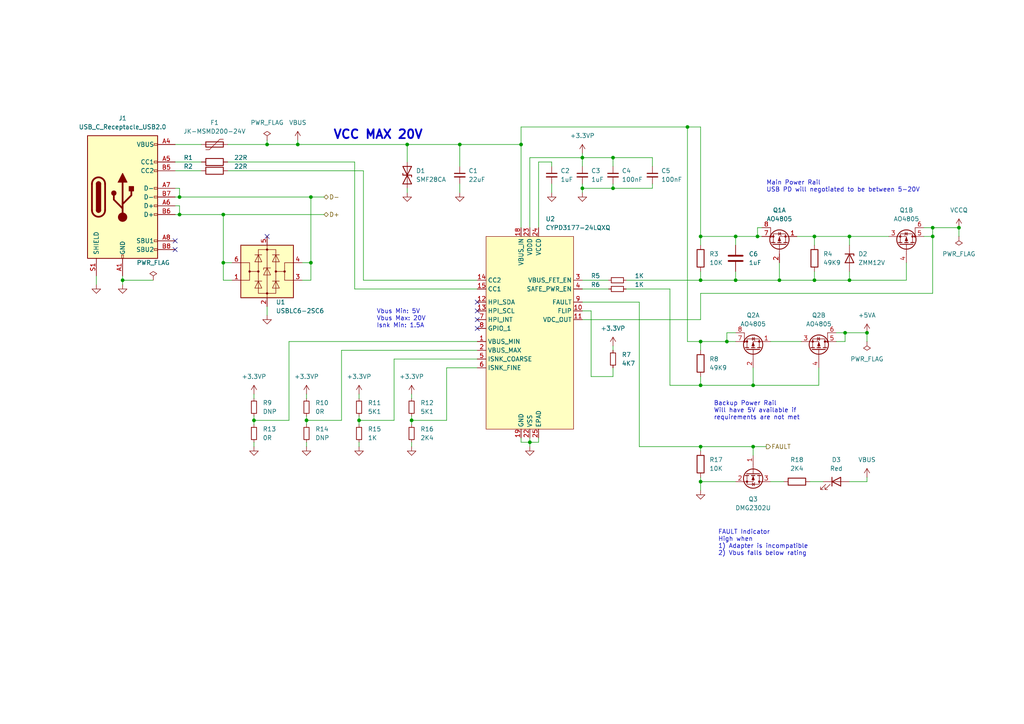
<source format=kicad_sch>
(kicad_sch (version 20211123) (generator eeschema)
  (paper "A4")
  (lib_symbols
    (symbol "Connector:USB_C_Receptacle_USB2.0" (pin_names (offset 1.016))
      (property "Reference" "J" (at -10.16 19.05 0))
      (property "Value" "USB_C_Receptacle_USB2.0" (at 19.05 19.05 0))
      (symbol "USB_C_Receptacle_USB2.0_0_0"
        (rectangle (start -0.254 -17.78) (end 0.254 -16.764))
        (rectangle (start 10.16 -14.986) (end 9.144 -15.494))
        (rectangle (start 10.16 -12.446) (end 9.144 -12.954))
        (rectangle (start 10.16 -4.826) (end 9.144 -5.334))
        (rectangle (start 10.16 -2.286) (end 9.144 -2.794))
        (rectangle (start 10.16 0.254) (end 9.144 -0.254))
        (rectangle (start 10.16 2.794) (end 9.144 2.286))
        (rectangle (start 10.16 7.874) (end 9.144 7.366))
        (rectangle (start 10.16 10.414) (end 9.144 9.906))
        (rectangle (start 10.16 15.494) (end 9.144 14.986))
      )
      (symbol "USB_C_Receptacle_USB2.0_0_1"
        (rectangle (start -10.16 17.78) (end 10.16 -17.78) (stroke (width 0.254)) (fill (type background)))
        (arc (start -8.89 -3.81) (mid -6.985 -5.715) (end -5.08 -3.81) (stroke (width 0.508)))
        (arc (start -7.62 -3.81) (mid -6.985 -4.445) (end -6.35 -3.81) (stroke (width 0.254)))
        (arc (start -7.62 -3.81) (mid -6.985 -4.445) (end -6.35 -3.81) (stroke (width 0.254)) (fill (type outline)))
        (rectangle (start -7.62 -3.81) (end -6.35 3.81) (stroke (width 0.254)) (fill (type outline)))
        (arc (start -6.35 3.81) (mid -6.985 4.445) (end -7.62 3.81) (stroke (width 0.254)))
        (arc (start -6.35 3.81) (mid -6.985 4.445) (end -7.62 3.81) (stroke (width 0.254)) (fill (type outline)))
        (arc (start -5.08 3.81) (mid -6.985 5.715) (end -8.89 3.81) (stroke (width 0.508)))
        (circle (center -2.54 1.143) (radius 0.635) (stroke (width 0.254)) (fill (type outline)))
        (circle (center 0 -5.842) (radius 1.27) (fill (type outline)))
        (polyline (pts (xy -8.89 -3.81) (xy -8.89 3.81)) (stroke (width 0.508)))
        (polyline (pts (xy -5.08 3.81) (xy -5.08 -3.81)) (stroke (width 0.508)))
        (polyline (pts (xy 0 -5.842) (xy 0 4.318)) (stroke (width 0.508)))
        (polyline (pts (xy 0 -3.302) (xy -2.54 -0.762) (xy -2.54 0.508)) (stroke (width 0.508)))
        (polyline (pts (xy 0 -2.032) (xy 2.54 0.508) (xy 2.54 1.778)) (stroke (width 0.508)))
        (polyline (pts (xy -1.27 4.318) (xy 0 6.858) (xy 1.27 4.318) (xy -1.27 4.318)) (stroke (width 0.254)) (fill (type outline)))
        (rectangle (start 1.905 1.778) (end 3.175 3.048) (stroke (width 0.254)) (fill (type outline)))
      )
      (symbol "USB_C_Receptacle_USB2.0_1_1"
        (pin passive line (at 0 -22.86 90) (length 5.08) (name "GND") (number "A1"))
        (pin passive line (at 0 -22.86 90) (length 5.08) hide (name "GND") (number "A12"))
        (pin passive line (at 15.24 15.24 180) (length 5.08) (name "VBUS") (number "A4"))
        (pin bidirectional line (at 15.24 10.16 180) (length 5.08) (name "CC1") (number "A5"))
        (pin bidirectional line (at 15.24 -2.54 180) (length 5.08) (name "D+") (number "A6"))
        (pin bidirectional line (at 15.24 2.54 180) (length 5.08) (name "D-") (number "A7"))
        (pin bidirectional line (at 15.24 -12.7 180) (length 5.08) (name "SBU1") (number "A8"))
        (pin passive line (at 15.24 15.24 180) (length 5.08) hide (name "VBUS") (number "A9"))
        (pin passive line (at 0 -22.86 90) (length 5.08) hide (name "GND") (number "B1"))
        (pin passive line (at 0 -22.86 90) (length 5.08) hide (name "GND") (number "B12"))
        (pin passive line (at 15.24 15.24 180) (length 5.08) hide (name "VBUS") (number "B4"))
        (pin bidirectional line (at 15.24 7.62 180) (length 5.08) (name "CC2") (number "B5"))
        (pin bidirectional line (at 15.24 -5.08 180) (length 5.08) (name "D+") (number "B6"))
        (pin bidirectional line (at 15.24 0 180) (length 5.08) (name "D-") (number "B7"))
        (pin bidirectional line (at 15.24 -15.24 180) (length 5.08) (name "SBU2") (number "B8"))
        (pin passive line (at 15.24 15.24 180) (length 5.08) hide (name "VBUS") (number "B9"))
        (pin passive line (at -7.62 -22.86 90) (length 5.08) (name "SHIELD") (number "S1"))
      )
    )
    (symbol "Device:C" (pin_numbers hide) (pin_names (offset 0.254))
      (property "Reference" "C" (at 0.635 2.54 0))
      (property "Value" "C" (at 0.635 -2.54 0))
      (symbol "C_0_1"
        (polyline (pts (xy -2.032 -0.762) (xy 2.032 -0.762)) (stroke (width 0.508)))
        (polyline (pts (xy -2.032 0.762) (xy 2.032 0.762)) (stroke (width 0.508)))
      )
      (symbol "C_1_1"
        (pin passive line (at 0 3.81 270) (length 2.794) (name "~") (number "1"))
        (pin passive line (at 0 -3.81 90) (length 2.794) (name "~") (number "2"))
      )
    )
    (symbol "Device:C_Small" (pin_numbers hide) (pin_names (offset 0.254) hide)
      (property "Reference" "C" (at 0.254 1.778 0))
      (property "Value" "C_Small" (at 0.254 -2.032 0))
      (symbol "C_Small_0_1"
        (polyline (pts (xy -1.524 -0.508) (xy 1.524 -0.508)) (stroke (width 0.3302)))
        (polyline (pts (xy -1.524 0.508) (xy 1.524 0.508)) (stroke (width 0.3048)))
      )
      (symbol "C_Small_1_1"
        (pin passive line (at 0 2.54 270) (length 2.032) (name "~") (number "1"))
        (pin passive line (at 0 -2.54 90) (length 2.032) (name "~") (number "2"))
      )
    )
    (symbol "Device:D_TVS" (pin_numbers hide) (pin_names (offset 1.016) hide)
      (property "Reference" "D" (at 0 2.54 0))
      (property "Value" "D_TVS" (at 0 -2.54 0))
      (symbol "D_TVS_0_1"
        (polyline (pts (xy 1.27 0) (xy -1.27 0)))
        (polyline (pts (xy 0.508 1.27) (xy 0 1.27) (xy 0 -1.27) (xy -0.508 -1.27)) (stroke (width 0.254)))
        (polyline (pts (xy -2.54 1.27) (xy -2.54 -1.27) (xy 2.54 1.27) (xy 2.54 -1.27) (xy -2.54 1.27)) (stroke (width 0.254)))
      )
      (symbol "D_TVS_1_1"
        (pin passive line (at -3.81 0 0) (length 2.54) (name "A1") (number "1"))
        (pin passive line (at 3.81 0 180) (length 2.54) (name "A2") (number "2"))
      )
    )
    (symbol "Device:D_Zener" (pin_numbers hide) (pin_names (offset 1.016) hide)
      (property "Reference" "D" (at 0 2.54 0))
      (property "Value" "D_Zener" (at 0 -2.54 0))
      (symbol "D_Zener_0_1"
        (polyline (pts (xy 1.27 0) (xy -1.27 0)))
        (polyline (pts (xy -1.27 -1.27) (xy -1.27 1.27) (xy -0.762 1.27)) (stroke (width 0.254)))
        (polyline (pts (xy 1.27 -1.27) (xy 1.27 1.27) (xy -1.27 0) (xy 1.27 -1.27)) (stroke (width 0.254)))
      )
      (symbol "D_Zener_1_1"
        (pin passive line (at -3.81 0 0) (length 2.54) (name "K") (number "1"))
        (pin passive line (at 3.81 0 180) (length 2.54) (name "A") (number "2"))
      )
    )
    (symbol "Device:LED" (pin_numbers hide) (pin_names (offset 1.016) hide)
      (property "Reference" "D" (at 0 2.54 0))
      (property "Value" "LED" (at 0 -2.54 0))
      (symbol "LED_0_1"
        (polyline (pts (xy -1.27 -1.27) (xy -1.27 1.27)) (stroke (width 0.254)))
        (polyline (pts (xy -1.27 0) (xy 1.27 0)))
        (polyline (pts (xy 1.27 -1.27) (xy 1.27 1.27) (xy -1.27 0) (xy 1.27 -1.27)) (stroke (width 0.254)))
        (polyline (pts (xy -3.048 -0.762) (xy -4.572 -2.286) (xy -3.81 -2.286) (xy -4.572 -2.286) (xy -4.572 -1.524)))
        (polyline (pts (xy -1.778 -0.762) (xy -3.302 -2.286) (xy -2.54 -2.286) (xy -3.302 -2.286) (xy -3.302 -1.524)))
      )
      (symbol "LED_1_1"
        (pin passive line (at -3.81 0 0) (length 2.54) (name "K") (number "1"))
        (pin passive line (at 3.81 0 180) (length 2.54) (name "A") (number "2"))
      )
    )
    (symbol "Device:Polyfuse" (pin_numbers hide) (pin_names (offset 0))
      (property "Reference" "F" (at -2.54 0 90))
      (property "Value" "Polyfuse" (at 2.54 0 90))
      (symbol "Polyfuse_0_1"
        (rectangle (start -0.762 2.54) (end 0.762 -2.54) (stroke (width 0.254)))
        (polyline (pts (xy 0 2.54) (xy 0 -2.54)))
        (polyline (pts (xy -1.524 2.54) (xy -1.524 1.524) (xy 1.524 -1.524) (xy 1.524 -2.54)))
      )
      (symbol "Polyfuse_1_1"
        (pin passive line (at 0 3.81 270) (length 1.27) (name "~") (number "1"))
        (pin passive line (at 0 -3.81 90) (length 1.27) (name "~") (number "2"))
      )
    )
    (symbol "Device:Q_Dual_PMOS_S1G1S2G2D2D2D1D1" (pin_names (offset 0) hide)
      (property "Reference" "Q" (at 6.35 1.27 0))
      (property "Value" "Q_Dual_PMOS_S1G1S2G2D2D2D1D1" (at 21.59 -1.27 0))
      (symbol "Q_Dual_PMOS_S1G1S2G2D2D2D1D1_0_1"
        (polyline (pts (xy 0.254 0) (xy -2.54 0)))
        (polyline (pts (xy 0.254 1.905) (xy 0.254 -1.905)) (stroke (width 0.254)))
        (polyline (pts (xy 0.762 -1.27) (xy 0.762 -2.286)) (stroke (width 0.254)))
        (polyline (pts (xy 0.762 0.508) (xy 0.762 -0.508)) (stroke (width 0.254)))
        (polyline (pts (xy 0.762 2.286) (xy 0.762 1.27)) (stroke (width 0.254)))
        (polyline (pts (xy 2.54 2.54) (xy 2.54 1.778)))
        (polyline (pts (xy 2.54 -2.54) (xy 2.54 0) (xy 0.762 0)))
        (polyline (pts (xy 0.762 1.778) (xy 3.302 1.778) (xy 3.302 -1.778) (xy 0.762 -1.778)))
        (polyline (pts (xy 2.286 0) (xy 1.27 0.381) (xy 1.27 -0.381) (xy 2.286 0)) (fill (type outline)))
        (polyline (pts (xy 2.794 -0.508) (xy 2.921 -0.381) (xy 3.683 -0.381) (xy 3.81 -0.254)))
        (polyline (pts (xy 3.302 -0.381) (xy 2.921 0.254) (xy 3.683 0.254) (xy 3.302 -0.381)))
        (circle (center 1.651 0) (radius 2.794) (stroke (width 0.254)))
        (circle (center 2.54 -1.778) (radius 0.254) (fill (type outline)))
        (circle (center 2.54 1.778) (radius 0.254) (fill (type outline)))
        (circle (center 2.54 2.54) (radius 0.254) (fill (type outline)))
        (rectangle (start 5.08 2.54) (end 2.54 2.54))
      )
      (symbol "Q_Dual_PMOS_S1G1S2G2D2D2D1D1_1_1"
        (pin passive line (at 2.54 -5.08 90) (length 2.54) (name "S") (number "1"))
        (pin input line (at -5.08 0 0) (length 2.54) (name "G") (number "2"))
        (pin passive line (at 2.54 5.08 270) (length 2.54) (name "D") (number "7"))
        (pin passive line (at 5.08 5.08 270) (length 2.54) (name "G") (number "8"))
      )
      (symbol "Q_Dual_PMOS_S1G1S2G2D2D2D1D1_2_1"
        (pin passive line (at 2.54 -5.08 90) (length 2.54) (name "S") (number "3"))
        (pin input line (at -5.08 0 0) (length 2.54) (name "G") (number "4"))
        (pin passive line (at 2.54 5.08 270) (length 2.54) (name "D") (number "5"))
        (pin passive line (at 5.08 5.08 270) (length 2.54) (name "G") (number "6"))
      )
    )
    (symbol "Device:R" (pin_numbers hide) (pin_names (offset 0))
      (property "Reference" "R" (at 2.032 0 90))
      (property "Value" "R" (at 0 0 90))
      (symbol "R_0_1"
        (rectangle (start -1.016 -2.54) (end 1.016 2.54) (stroke (width 0.254)))
      )
      (symbol "R_1_1"
        (pin passive line (at 0 3.81 270) (length 1.27) (name "~") (number "1"))
        (pin passive line (at 0 -3.81 90) (length 1.27) (name "~") (number "2"))
      )
    )
    (symbol "Device:R_Small" (pin_numbers hide) (pin_names (offset 0.254) hide)
      (property "Reference" "R" (at 0.762 0.508 0))
      (property "Value" "R_Small" (at 0.762 -1.016 0))
      (symbol "R_Small_0_1"
        (rectangle (start -0.762 1.778) (end 0.762 -1.778) (stroke (width 0.2032)))
      )
      (symbol "R_Small_1_1"
        (pin passive line (at 0 2.54 270) (length 0.762) (name "~") (number "1"))
        (pin passive line (at 0 -2.54 90) (length 0.762) (name "~") (number "2"))
      )
    )
    (symbol "Power_Protection:USBLC6-2SC6" (pin_names hide)
      (property "Reference" "U" (at 2.54 8.89 0))
      (property "Value" "USBLC6-2SC6" (at 2.54 -8.89 0))
      (symbol "USBLC6-2SC6_0_1"
        (rectangle (start -7.62 -7.62) (end 7.62 7.62) (stroke (width 0.254)) (fill (type background)))
        (circle (center -5.08 0) (radius 0.254) (fill (type outline)))
        (circle (center -2.54 0) (radius 0.254) (fill (type outline)))
        (rectangle (start -2.54 6.35) (end 2.54 -6.35))
        (circle (center 0 -6.35) (radius 0.254) (fill (type outline)))
        (polyline (pts (xy -5.08 -2.54) (xy -7.62 -2.54)))
        (polyline (pts (xy -5.08 0) (xy -5.08 -2.54)))
        (polyline (pts (xy -5.08 2.54) (xy -7.62 2.54)))
        (polyline (pts (xy -1.524 -2.794) (xy -3.556 -2.794)))
        (polyline (pts (xy -1.524 4.826) (xy -3.556 4.826)))
        (polyline (pts (xy 0 -7.62) (xy 0 -6.35)))
        (polyline (pts (xy 0 -6.35) (xy 0 1.27)))
        (polyline (pts (xy 0 1.27) (xy 0 6.35)))
        (polyline (pts (xy 0 6.35) (xy 0 7.62)))
        (polyline (pts (xy 1.524 -2.794) (xy 3.556 -2.794)))
        (polyline (pts (xy 1.524 4.826) (xy 3.556 4.826)))
        (polyline (pts (xy 5.08 -2.54) (xy 7.62 -2.54)))
        (polyline (pts (xy 5.08 0) (xy 5.08 -2.54)))
        (polyline (pts (xy 5.08 2.54) (xy 7.62 2.54)))
        (polyline (pts (xy -2.54 0) (xy -5.08 0) (xy -5.08 2.54)))
        (polyline (pts (xy 2.54 0) (xy 5.08 0) (xy 5.08 2.54)))
        (polyline (pts (xy -3.556 -4.826) (xy -1.524 -4.826) (xy -2.54 -2.794) (xy -3.556 -4.826)))
        (polyline (pts (xy -3.556 2.794) (xy -1.524 2.794) (xy -2.54 4.826) (xy -3.556 2.794)))
        (polyline (pts (xy -1.016 -1.016) (xy 1.016 -1.016) (xy 0 1.016) (xy -1.016 -1.016)))
        (polyline (pts (xy 1.016 1.016) (xy 0.762 1.016) (xy -1.016 1.016) (xy -1.016 0.508)))
        (polyline (pts (xy 3.556 -4.826) (xy 1.524 -4.826) (xy 2.54 -2.794) (xy 3.556 -4.826)))
        (polyline (pts (xy 3.556 2.794) (xy 1.524 2.794) (xy 2.54 4.826) (xy 3.556 2.794)))
        (circle (center 0 6.35) (radius 0.254) (fill (type outline)))
        (circle (center 2.54 0) (radius 0.254) (fill (type outline)))
        (circle (center 5.08 0) (radius 0.254) (fill (type outline)))
      )
      (symbol "USBLC6-2SC6_1_1"
        (pin passive line (at -10.16 -2.54 0) (length 2.54) (name "I/O1") (number "1"))
        (pin passive line (at 0 -10.16 90) (length 2.54) (name "GND") (number "2"))
        (pin passive line (at 10.16 -2.54 180) (length 2.54) (name "I/O2") (number "3"))
        (pin passive line (at 10.16 2.54 180) (length 2.54) (name "I/O2") (number "4"))
        (pin passive line (at 0 10.16 270) (length 2.54) (name "VBUS") (number "5"))
        (pin passive line (at -10.16 2.54 0) (length 2.54) (name "I/O1") (number "6"))
      )
    )
    (symbol "Transistor_FET:DMG2302U" (pin_names hide)
      (property "Reference" "Q" (at 5.08 1.905 0))
      (property "Value" "DMG2302U" (at 5.08 0 0))
      (symbol "DMG2302U_0_1"
        (polyline (pts (xy 0.254 0) (xy -2.54 0)))
        (polyline (pts (xy 0.254 1.905) (xy 0.254 -1.905)) (stroke (width 0.254)))
        (polyline (pts (xy 0.762 -1.27) (xy 0.762 -2.286)) (stroke (width 0.254)))
        (polyline (pts (xy 0.762 0.508) (xy 0.762 -0.508)) (stroke (width 0.254)))
        (polyline (pts (xy 0.762 2.286) (xy 0.762 1.27)) (stroke (width 0.254)))
        (polyline (pts (xy 2.54 2.54) (xy 2.54 1.778)))
        (polyline (pts (xy 2.54 -2.54) (xy 2.54 0) (xy 0.762 0)))
        (polyline (pts (xy 0.762 -1.778) (xy 3.302 -1.778) (xy 3.302 1.778) (xy 0.762 1.778)))
        (polyline (pts (xy 1.016 0) (xy 2.032 0.381) (xy 2.032 -0.381) (xy 1.016 0)) (fill (type outline)))
        (polyline (pts (xy 2.794 0.508) (xy 2.921 0.381) (xy 3.683 0.381) (xy 3.81 0.254)))
        (polyline (pts (xy 3.302 0.381) (xy 2.921 -0.254) (xy 3.683 -0.254) (xy 3.302 0.381)))
        (circle (center 1.651 0) (radius 2.794) (stroke (width 0.254)))
        (circle (center 2.54 -1.778) (radius 0.254) (fill (type outline)))
        (circle (center 2.54 1.778) (radius 0.254) (fill (type outline)))
      )
      (symbol "DMG2302U_1_1"
        (pin input line (at -5.08 0 0) (length 2.54) (name "G") (number "1"))
        (pin passive line (at 2.54 -5.08 90) (length 2.54) (name "S") (number "2"))
        (pin passive line (at 2.54 5.08 270) (length 2.54) (name "D") (number "3"))
      )
    )
    (symbol "breadboard_supply:CYPD3177-24LQXQ"
      (property "Reference" "U" (at -11.43 29.21 0))
      (property "Value" "CYPD3177-24LQXQ" (at 16.51 -30.48 0))
      (symbol "CYPD3177-24LQXQ_0_0"
        (pin input line (at -15.24 -2.54 0) (length 2.54) (name "VBUS_MIN") (number "1"))
        (pin output line (at 15.24 6.35 180) (length 2.54) (name "FLIP") (number "10"))
        (pin input line (at 15.24 3.81 180) (length 2.54) (name "VDC_OUT") (number "11"))
        (pin bidirectional line (at -15.24 8.89 0) (length 2.54) (name "HPI_SDA") (number "12"))
        (pin bidirectional line (at -15.24 6.35 0) (length 2.54) (name "HPI_SCL") (number "13"))
        (pin bidirectional line (at -15.24 15.24 0) (length 2.54) (name "CC2") (number "14"))
        (pin bidirectional line (at -15.24 12.7 0) (length 2.54) (name "CC1") (number "15"))
        (pin no_connect line (at -15.24 -13.97 0) (length 2.54) hide (name "D-") (number "16"))
        (pin no_connect line (at -15.24 -16.51 0) (length 2.54) hide (name "D+") (number "17"))
        (pin power_in line (at -2.54 30.48 270) (length 2.54) (name "VBUS_IN") (number "18"))
        (pin power_in line (at -2.54 -30.48 90) (length 2.54) (name "GND") (number "19"))
        (pin input line (at -15.24 -5.08 0) (length 2.54) (name "VBUS_MAX") (number "2"))
        (pin no_connect line (at -15.24 -19.05 0) (length 2.54) hide (name "DNU1") (number "20"))
        (pin no_connect line (at -15.24 -21.59 0) (length 2.54) hide (name "DNU2") (number "21"))
        (pin power_in line (at 0 -30.48 90) (length 2.54) (name "VSS") (number "22"))
        (pin power_out line (at 0 30.48 270) (length 2.54) (name "VDDD") (number "23"))
        (pin power_out line (at 2.54 30.48 270) (length 2.54) (name "VCCD") (number "24"))
        (pin power_in line (at 2.54 -30.48 90) (length 2.54) (name "EPAD") (number "25"))
        (pin output line (at 15.24 15.24 180) (length 2.54) (name "VBUS_FET_EN") (number "3"))
        (pin output line (at 15.24 12.7 180) (length 2.54) (name "SAFE_PWR_EN") (number "4"))
        (pin input line (at -15.24 -7.62 0) (length 2.54) (name "ISNK_COARSE") (number "5"))
        (pin input line (at -15.24 -10.16 0) (length 2.54) (name "ISNK_FINE") (number "6"))
        (pin output line (at -15.24 3.81 0) (length 2.54) (name "HPI_INT") (number "7"))
        (pin bidirectional line (at -15.24 1.27 0) (length 2.54) (name "GPIO_1") (number "8"))
        (pin output line (at 15.24 8.89 180) (length 2.54) (name "FAULT") (number "9"))
      )
      (symbol "CYPD3177-24LQXQ_0_1"
        (rectangle (start -12.7 27.94) (end 12.7 -27.94) (fill (type background)))
      )
    )
    (symbol "power:+3.3VP" (power) (pin_names (offset 0))
      (property "Value" "+3.3VP" (at 0 2.54 0))
      (symbol "+3.3VP_0_0"
        (pin power_in line (at 0 0 90) (length 0) hide (name "+3.3VP") (number "1"))
      )
      (symbol "+3.3VP_0_1"
        (polyline (pts (xy -0.762 1.27) (xy 0 2.54)))
        (polyline (pts (xy 0 0) (xy 0 2.54)))
        (polyline (pts (xy 0 2.54) (xy 0.762 1.27)))
      )
    )
    (symbol "power:+5VA" (power) (pin_names (offset 0))
      (property "Value" "+5VA" (at 0 3.556 0))
      (symbol "+5VA_0_1"
        (polyline (pts (xy -0.762 1.27) (xy 0 2.54)))
        (polyline (pts (xy 0 0) (xy 0 2.54)))
        (polyline (pts (xy 0 2.54) (xy 0.762 1.27)))
      )
      (symbol "+5VA_1_1"
        (pin power_in line (at 0 0 90) (length 0) hide (name "+5VA") (number "1"))
      )
    )
    (symbol "power:GND" (power) (pin_names (offset 0))
      (property "Value" "GND" (at 0 -3.81 0))
      (symbol "GND_0_1"
        (polyline (pts (xy 0 0) (xy 0 -1.27) (xy 1.27 -1.27) (xy 0 -2.54) (xy -1.27 -1.27) (xy 0 -1.27)))
      )
      (symbol "GND_1_1"
        (pin power_in line (at 0 0 270) (length 0) hide (name "GND") (number "1"))
      )
    )
    (symbol "power:PWR_FLAG" (power) (pin_numbers hide) (pin_names (offset 0) hide)
      (property "Value" "PWR_FLAG" (at 0 3.81 0))
      (symbol "PWR_FLAG_0_0"
        (pin power_out line (at 0 0 90) (length 0) (name "pwr") (number "1"))
      )
      (symbol "PWR_FLAG_0_1"
        (polyline (pts (xy 0 0) (xy 0 1.27) (xy -1.016 1.905) (xy 0 2.54) (xy 1.016 1.905) (xy 0 1.27)))
      )
    )
    (symbol "power:VBUS" (power) (pin_names (offset 0))
      (property "Value" "VBUS" (at 0 3.81 0))
      (symbol "VBUS_0_1"
        (polyline (pts (xy -0.762 1.27) (xy 0 2.54)))
        (polyline (pts (xy 0 0) (xy 0 2.54)))
        (polyline (pts (xy 0 2.54) (xy 0.762 1.27)))
      )
      (symbol "VBUS_1_1"
        (pin power_in line (at 0 0 90) (length 0) hide (name "VBUS") (number "1"))
      )
    )
    (symbol "power:VCCQ" (power) (pin_names (offset 0))
      (property "Value" "VCCQ" (at 0 3.81 0))
      (symbol "VCCQ_0_1"
        (polyline (pts (xy -0.762 1.27) (xy 0 2.54)))
        (polyline (pts (xy 0 0) (xy 0 2.54)))
        (polyline (pts (xy 0 2.54) (xy 0.762 1.27)))
      )
      (symbol "VCCQ_1_1"
        (pin power_in line (at 0 0 90) (length 0) hide (name "VCCQ") (number "1"))
      )
    )
  )
  (junction (at 219.71 68.58))
  (junction (at 52.07 62.23))
  (junction (at 88.9 121.92))
  (junction (at 153.67 128.27))
  (junction (at 213.36 81.28))
  (junction (at 104.14 121.92))
  (junction (at 168.91 45.72))
  (junction (at 270.51 66.04))
  (junction (at 177.8 45.72))
  (junction (at 203.2 129.54))
  (junction (at 213.36 68.58))
  (junction (at 246.38 68.58))
  (junction (at 236.22 68.58))
  (junction (at 203.2 99.06))
  (junction (at 64.77 76.2))
  (junction (at 133.35 41.91))
  (junction (at 270.51 68.58))
  (junction (at 90.17 76.2))
  (junction (at 203.2 68.58))
  (junction (at 278.13 66.04))
  (junction (at 86.36 41.91))
  (junction (at 151.13 41.91))
  (junction (at 118.11 41.91))
  (junction (at 177.8 54.61))
  (junction (at 246.38 81.28))
  (junction (at 218.44 129.54))
  (junction (at 119.38 121.92))
  (junction (at 245.11 96.52))
  (junction (at 210.82 99.06))
  (junction (at 203.2 111.76))
  (junction (at 64.77 62.23))
  (junction (at 35.56 81.28))
  (junction (at 203.2 139.7))
  (junction (at 52.07 57.15))
  (junction (at 218.44 111.76))
  (junction (at 73.66 121.92))
  (junction (at 199.39 36.83))
  (junction (at 90.17 57.15))
  (junction (at 168.91 54.61))
  (junction (at 77.47 41.91))
  (junction (at 251.46 96.52))
  (junction (at 236.22 81.28))
  (junction (at 226.06 81.28))
  (junction (at 203.2 81.28))
  (no_connect (at 50.8 69.85))
  (no_connect (at 50.8 72.39))
  (no_connect (at 138.43 95.25))
  (no_connect (at 138.43 92.71))
  (no_connect (at 138.43 87.63))
  (no_connect (at 138.43 90.17))
  (no_connect (at 77.47 68.58))
  (wire (pts (xy 119.38 121.92) (xy 119.38 123.19)))
  (wire (pts (xy 156.21 46.99) (xy 160.02 46.99)))
  (wire (pts (xy 35.56 81.28) (xy 35.56 82.55)))
  (wire (pts (xy 203.2 99.06) (xy 199.39 99.06)))
  (wire (pts (xy 185.42 87.63) (xy 185.42 129.54)))
  (wire (pts (xy 105.41 81.28) (xy 138.43 81.28)))
  (wire (pts (xy 73.66 128.27) (xy 73.66 129.54)))
  (wire (pts (xy 246.38 139.7) (xy 251.46 139.7)))
  (wire (pts (xy 35.56 80.01) (xy 35.56 81.28)))
  (wire (pts (xy 203.2 101.6) (xy 203.2 99.06)))
  (wire (pts (xy 118.11 54.61) (xy 118.11 55.88)))
  (wire (pts (xy 133.35 41.91) (xy 133.35 48.26)))
  (wire (pts (xy 218.44 129.54) (xy 218.44 132.08)))
  (wire (pts (xy 203.2 81.28) (xy 213.36 81.28)))
  (wire (pts (xy 168.91 81.28) (xy 176.53 81.28)))
  (wire (pts (xy 99.06 121.92) (xy 88.9 121.92)))
  (wire (pts (xy 246.38 81.28) (xy 246.38 78.74)))
  (wire (pts (xy 218.44 106.68) (xy 218.44 111.76)))
  (wire (pts (xy 87.63 81.28) (xy 90.17 81.28)))
  (wire (pts (xy 168.91 92.71) (xy 203.2 92.71)))
  (wire (pts (xy 270.51 85.09) (xy 270.51 68.58)))
  (wire (pts (xy 246.38 68.58) (xy 257.81 68.58)))
  (wire (pts (xy 189.23 45.72) (xy 189.23 48.26)))
  (wire (pts (xy 160.02 46.99) (xy 160.02 48.26)))
  (wire (pts (xy 213.36 68.58) (xy 203.2 68.58)))
  (wire (pts (xy 153.67 45.72) (xy 168.91 45.72)))
  (wire (pts (xy 267.97 68.58) (xy 270.51 68.58)))
  (wire (pts (xy 194.31 111.76) (xy 203.2 111.76)))
  (wire (pts (xy 88.9 128.27) (xy 88.9 129.54)))
  (wire (pts (xy 50.8 41.91) (xy 58.42 41.91)))
  (wire (pts (xy 77.47 41.91) (xy 77.47 40.64)))
  (wire (pts (xy 171.45 90.17) (xy 171.45 109.22)))
  (wire (pts (xy 52.07 59.69) (xy 52.07 62.23)))
  (wire (pts (xy 177.8 100.33) (xy 177.8 101.6)))
  (wire (pts (xy 35.56 81.28) (xy 44.45 81.28)))
  (wire (pts (xy 88.9 120.65) (xy 88.9 121.92)))
  (wire (pts (xy 86.36 41.91) (xy 86.36 40.64)))
  (wire (pts (xy 104.14 114.3) (xy 104.14 115.57)))
  (wire (pts (xy 203.2 129.54) (xy 218.44 129.54)))
  (wire (pts (xy 168.91 44.45) (xy 168.91 45.72)))
  (wire (pts (xy 219.71 68.58) (xy 213.36 68.58)))
  (wire (pts (xy 168.91 45.72) (xy 168.91 48.26)))
  (wire (pts (xy 203.2 36.83) (xy 203.2 68.58)))
  (wire (pts (xy 83.82 99.06) (xy 83.82 121.92)))
  (wire (pts (xy 245.11 96.52) (xy 251.46 96.52)))
  (wire (pts (xy 203.2 85.09) (xy 270.51 85.09)))
  (wire (pts (xy 245.11 96.52) (xy 245.11 99.06)))
  (wire (pts (xy 50.8 59.69) (xy 52.07 59.69)))
  (wire (pts (xy 160.02 53.34) (xy 160.02 55.88)))
  (wire (pts (xy 153.67 128.27) (xy 151.13 128.27)))
  (wire (pts (xy 199.39 36.83) (xy 203.2 36.83)))
  (wire (pts (xy 210.82 99.06) (xy 213.36 99.06)))
  (wire (pts (xy 64.77 62.23) (xy 93.98 62.23)))
  (wire (pts (xy 270.51 66.04) (xy 270.51 68.58)))
  (wire (pts (xy 203.2 99.06) (xy 210.82 99.06)))
  (wire (pts (xy 203.2 139.7) (xy 213.36 139.7)))
  (wire (pts (xy 151.13 41.91) (xy 151.13 36.83)))
  (wire (pts (xy 181.61 81.28) (xy 203.2 81.28)))
  (wire (pts (xy 153.67 127) (xy 153.67 128.27)))
  (wire (pts (xy 138.43 99.06) (xy 83.82 99.06)))
  (wire (pts (xy 86.36 41.91) (xy 118.11 41.91)))
  (wire (pts (xy 73.66 114.3) (xy 73.66 115.57)))
  (wire (pts (xy 138.43 101.6) (xy 99.06 101.6)))
  (wire (pts (xy 236.22 81.28) (xy 236.22 78.74)))
  (wire (pts (xy 177.8 54.61) (xy 177.8 53.34)))
  (wire (pts (xy 189.23 54.61) (xy 189.23 53.34)))
  (wire (pts (xy 177.8 54.61) (xy 189.23 54.61)))
  (wire (pts (xy 64.77 76.2) (xy 67.31 76.2)))
  (wire (pts (xy 129.54 121.92) (xy 119.38 121.92)))
  (wire (pts (xy 168.91 53.34) (xy 168.91 54.61)))
  (wire (pts (xy 219.71 68.58) (xy 220.98 68.58)))
  (wire (pts (xy 168.91 45.72) (xy 177.8 45.72)))
  (wire (pts (xy 156.21 66.04) (xy 156.21 46.99)))
  (wire (pts (xy 203.2 138.43) (xy 203.2 139.7)))
  (wire (pts (xy 27.94 80.01) (xy 27.94 82.55)))
  (wire (pts (xy 177.8 109.22) (xy 177.8 106.68)))
  (wire (pts (xy 236.22 81.28) (xy 246.38 81.28)))
  (wire (pts (xy 246.38 68.58) (xy 246.38 71.12)))
  (wire (pts (xy 219.71 66.04) (xy 219.71 68.58)))
  (wire (pts (xy 83.82 121.92) (xy 73.66 121.92)))
  (wire (pts (xy 237.49 111.76) (xy 237.49 106.68)))
  (wire (pts (xy 262.89 81.28) (xy 262.89 76.2)))
  (wire (pts (xy 213.36 81.28) (xy 226.06 81.28)))
  (wire (pts (xy 118.11 41.91) (xy 118.11 46.99)))
  (wire (pts (xy 66.04 49.53) (xy 105.41 49.53)))
  (wire (pts (xy 52.07 62.23) (xy 50.8 62.23)))
  (wire (pts (xy 213.36 68.58) (xy 213.36 71.12)))
  (wire (pts (xy 104.14 128.27) (xy 104.14 129.54)))
  (wire (pts (xy 231.14 68.58) (xy 236.22 68.58)))
  (wire (pts (xy 52.07 57.15) (xy 90.17 57.15)))
  (wire (pts (xy 50.8 46.99) (xy 58.42 46.99)))
  (wire (pts (xy 90.17 81.28) (xy 90.17 76.2)))
  (wire (pts (xy 129.54 106.68) (xy 129.54 121.92)))
  (wire (pts (xy 88.9 114.3) (xy 88.9 115.57)))
  (wire (pts (xy 226.06 81.28) (xy 236.22 81.28)))
  (wire (pts (xy 203.2 130.81) (xy 203.2 129.54)))
  (wire (pts (xy 203.2 68.58) (xy 203.2 71.12)))
  (wire (pts (xy 168.91 83.82) (xy 176.53 83.82)))
  (wire (pts (xy 203.2 109.22) (xy 203.2 111.76)))
  (wire (pts (xy 151.13 41.91) (xy 151.13 66.04)))
  (wire (pts (xy 73.66 120.65) (xy 73.66 121.92)))
  (wire (pts (xy 50.8 49.53) (xy 58.42 49.53)))
  (wire (pts (xy 105.41 49.53) (xy 105.41 81.28)))
  (wire (pts (xy 77.47 41.91) (xy 86.36 41.91)))
  (wire (pts (xy 77.47 88.9) (xy 77.47 91.44)))
  (wire (pts (xy 220.98 66.04) (xy 219.71 66.04)))
  (wire (pts (xy 236.22 68.58) (xy 236.22 71.12)))
  (wire (pts (xy 114.3 104.14) (xy 114.3 121.92)))
  (wire (pts (xy 151.13 128.27) (xy 151.13 127)))
  (wire (pts (xy 90.17 76.2) (xy 87.63 76.2)))
  (wire (pts (xy 245.11 99.06) (xy 242.57 99.06)))
  (wire (pts (xy 251.46 139.7) (xy 251.46 138.43)))
  (wire (pts (xy 88.9 121.92) (xy 88.9 123.19)))
  (wire (pts (xy 177.8 45.72) (xy 177.8 48.26)))
  (wire (pts (xy 156.21 128.27) (xy 156.21 127)))
  (wire (pts (xy 199.39 99.06) (xy 199.39 36.83)))
  (wire (pts (xy 236.22 68.58) (xy 246.38 68.58)))
  (wire (pts (xy 278.13 66.04) (xy 278.13 68.58)))
  (wire (pts (xy 73.66 121.92) (xy 73.66 123.19)))
  (wire (pts (xy 151.13 36.83) (xy 199.39 36.83)))
  (wire (pts (xy 226.06 81.28) (xy 226.06 76.2)))
  (wire (pts (xy 99.06 101.6) (xy 99.06 121.92)))
  (wire (pts (xy 138.43 106.68) (xy 129.54 106.68)))
  (wire (pts (xy 153.67 128.27) (xy 153.67 129.54)))
  (wire (pts (xy 104.14 121.92) (xy 104.14 123.19)))
  (wire (pts (xy 194.31 83.82) (xy 194.31 111.76)))
  (wire (pts (xy 251.46 96.52) (xy 251.46 99.06)))
  (wire (pts (xy 119.38 120.65) (xy 119.38 121.92)))
  (wire (pts (xy 138.43 104.14) (xy 114.3 104.14)))
  (wire (pts (xy 223.52 99.06) (xy 232.41 99.06)))
  (wire (pts (xy 67.31 81.28) (xy 64.77 81.28)))
  (wire (pts (xy 185.42 129.54) (xy 203.2 129.54)))
  (wire (pts (xy 52.07 57.15) (xy 50.8 57.15)))
  (wire (pts (xy 66.04 41.91) (xy 77.47 41.91)))
  (wire (pts (xy 218.44 111.76) (xy 237.49 111.76)))
  (wire (pts (xy 223.52 139.7) (xy 227.33 139.7)))
  (wire (pts (xy 234.95 139.7) (xy 238.76 139.7)))
  (wire (pts (xy 153.67 66.04) (xy 153.67 45.72)))
  (wire (pts (xy 64.77 62.23) (xy 52.07 62.23)))
  (wire (pts (xy 213.36 96.52) (xy 210.82 96.52)))
  (wire (pts (xy 114.3 121.92) (xy 104.14 121.92)))
  (wire (pts (xy 210.82 96.52) (xy 210.82 99.06)))
  (wire (pts (xy 213.36 81.28) (xy 213.36 78.74)))
  (wire (pts (xy 168.91 54.61) (xy 168.91 55.88)))
  (wire (pts (xy 171.45 109.22) (xy 177.8 109.22)))
  (wire (pts (xy 118.11 41.91) (xy 133.35 41.91)))
  (wire (pts (xy 52.07 54.61) (xy 52.07 57.15)))
  (wire (pts (xy 242.57 96.52) (xy 245.11 96.52)))
  (wire (pts (xy 246.38 81.28) (xy 262.89 81.28)))
  (wire (pts (xy 203.2 111.76) (xy 218.44 111.76)))
  (wire (pts (xy 203.2 78.74) (xy 203.2 81.28)))
  (wire (pts (xy 119.38 128.27) (xy 119.38 129.54)))
  (wire (pts (xy 133.35 41.91) (xy 151.13 41.91)))
  (wire (pts (xy 270.51 66.04) (xy 278.13 66.04)))
  (wire (pts (xy 177.8 45.72) (xy 189.23 45.72)))
  (wire (pts (xy 203.2 139.7) (xy 203.2 142.24)))
  (wire (pts (xy 267.97 66.04) (xy 270.51 66.04)))
  (wire (pts (xy 168.91 54.61) (xy 177.8 54.61)))
  (wire (pts (xy 133.35 53.34) (xy 133.35 55.88)))
  (wire (pts (xy 168.91 90.17) (xy 171.45 90.17)))
  (wire (pts (xy 104.14 120.65) (xy 104.14 121.92)))
  (wire (pts (xy 119.38 114.3) (xy 119.38 115.57)))
  (wire (pts (xy 90.17 57.15) (xy 93.98 57.15)))
  (wire (pts (xy 64.77 76.2) (xy 64.77 62.23)))
  (wire (pts (xy 90.17 57.15) (xy 90.17 76.2)))
  (wire (pts (xy 50.8 54.61) (xy 52.07 54.61)))
  (wire (pts (xy 203.2 92.71) (xy 203.2 85.09)))
  (wire (pts (xy 153.67 128.27) (xy 156.21 128.27)))
  (wire (pts (xy 218.44 129.54) (xy 222.25 129.54)))
  (wire (pts (xy 64.77 81.28) (xy 64.77 76.2)))
  (wire (pts (xy 102.87 83.82) (xy 138.43 83.82)))
  (wire (pts (xy 181.61 83.82) (xy 194.31 83.82)))
  (wire (pts (xy 66.04 46.99) (xy 102.87 46.99)))
  (wire (pts (xy 168.91 87.63) (xy 185.42 87.63)))
  (wire (pts (xy 102.87 46.99) (xy 102.87 83.82)))
  (text "Vbus Min: 5V\nVbus Max: 20V\nIsnk Min: 1.5A\n" (at 109.22 95.25 0) (effects (font (size 1.27 1.27)) (justify left bottom)))
  (text "Main Power Rail\nUSB PD will negotiated to be between 5-20V" (at 222.25 55.88 0) (effects (font (size 1.27 1.27)) (justify left bottom)))
  (text "VCC MAX 20V" (at 96.52 40.64 0) (effects (font (size 2.54 2.54) (thickness 0.508) bold) (justify left bottom)))
  (text "FAULT Indicator\nHigh when\n1) Adapter is incompatible\n2) Vbus falls below rating" (at 208.28 161.29 0) (effects (font (size 1.27 1.27)) (justify left bottom)))
  (text "Backup Power Rail\nWill have 5V available if \nrequirements are not met" (at 207.01 121.92 0) (effects (font (size 1.27 1.27)) (justify left bottom)))
  (hierarchical_label "D-" (shape bidirectional) (at 93.98 57.15 0))
  (hierarchical_label "FAULT" (shape output) (at 222.25 129.54 0))
  (hierarchical_label "D+" (shape bidirectional) (at 93.98 62.23 0))
  (symbol (lib_id "Device:Q_Dual_PMOS_S1G1S2G2D2D2D1D1") (at 262.89 71.12 270) (mirror x) (unit 2)
    (property "Reference" "Q1" (at 262.89 60.96 90))
    (property "Value" "AO4805" (at 262.89 63.5 90))
    (property "Footprint" "Package_SO:SOIC-8_3.9x4.9mm_P1.27mm" (effects hide))
  )
  (symbol (lib_id "power:GND") (at 160.02 55.88 0) (unit 1)
    (property "Reference" "#PWR05" (effects hide))
    (property "Value" "GND" (effects hide))
  )
  (symbol (lib_id "breadboard_supply:CYPD3177-24LQXQ") (at 153.67 96.52 0) (unit 1)
    (property "Reference" "U2" (at 158.2294 63.5 0) (effects (justify left)))
    (property "Value" "CYPD3177-24LQXQ" (at 158.2294 66.04 0) (effects (justify left)))
    (property "Footprint" "Package_DFN_QFN:QFN-24-1EP_4x4mm_P0.5mm_EP2.7x2.7mm_ThermalVias" (effects hide))
    (property "Datasheet" "https://datasheet.lcsc.com/lcsc/2208051100_Cypress-Semicon-CYPD3177-24LQXQ_C2959321.pdf" (effects hide))
  )
  (symbol (lib_id "power:GND") (at 203.2 142.24 0) (unit 1)
    (property "Reference" "#PWR023" (effects hide))
    (property "Value" "GND" (effects hide))
  )
  (symbol (lib_id "Device:C_Small") (at 189.23 50.8 0) (unit 1)
    (property "Reference" "C5" (at 191.77 49.5362 0) (effects (justify left)))
    (property "Value" "100nF" (at 191.77 52.0762 0) (effects (justify left)))
    (property "Footprint" "Capacitor_SMD:C_0603_1608Metric" (effects hide))
  )
  (symbol (lib_id "Device:C_Small") (at 177.8 50.8 0) (unit 1)
    (property "Reference" "C4" (at 180.34 49.5362 0) (effects (justify left)))
    (property "Value" "100nF" (at 180.34 52.0762 0) (effects (justify left)))
    (property "Footprint" "Capacitor_SMD:C_0603_1608Metric" (effects hide))
  )
  (symbol (lib_id "Device:R_Small") (at 88.9 118.11 0) (unit 1)
    (property "Reference" "R10" (at 91.44 116.8399 0) (effects (justify left)))
    (property "Value" "0R" (at 91.44 119.3799 0) (effects (justify left)))
    (property "Footprint" "Resistor_SMD:R_0603_1608Metric" (effects hide))
  )
  (symbol (lib_id "Device:Q_Dual_PMOS_S1G1S2G2D2D2D1D1") (at 237.49 101.6 270) (mirror x) (unit 2)
    (property "Reference" "Q2" (at 237.49 91.44 90))
    (property "Value" "AO4805" (at 237.49 93.98 90))
    (property "Footprint" "Package_SO:SOIC-8_3.9x4.9mm_P1.27mm" (effects hide))
  )
  (symbol (lib_id "Device:C_Small") (at 133.35 50.8 0) (unit 1)
    (property "Reference" "C1" (at 135.89 49.5362 0) (effects (justify left)))
    (property "Value" "22uF" (at 135.89 52.0762 0) (effects (justify left)))
    (property "Footprint" "Capacitor_SMD:C_0603_1608Metric" (effects hide))
  )
  (symbol (lib_id "power:PWR_FLAG") (at 251.46 99.06 180) (unit 1)
    (property "Reference" "#FLG04" (effects hide))
    (property "Value" "PWR_FLAG" (at 251.46 104.14 0))
  )
  (symbol (lib_id "power:+3.3VP") (at 88.9 114.3 0) (unit 1)
    (property "Reference" "#PWR014" (effects hide))
    (property "Value" "+3.3VP" (at 88.9 109.22 0))
  )
  (symbol (lib_id "Device:R_Small") (at 119.38 125.73 0) (unit 1)
    (property "Reference" "R16" (at 121.92 124.4599 0) (effects (justify left)))
    (property "Value" "2K4" (at 121.92 126.9999 0) (effects (justify left)))
    (property "Footprint" "Resistor_SMD:R_0603_1608Metric" (effects hide))
  )
  (symbol (lib_id "Device:R") (at 203.2 134.62 180) (unit 1)
    (property "Reference" "R17" (at 205.74 133.3499 0) (effects (justify right)))
    (property "Value" "10K" (at 205.74 135.8899 0) (effects (justify right)))
    (property "Footprint" "Resistor_SMD:R_0603_1608Metric" (effects hide))
  )
  (symbol (lib_id "Device:Q_Dual_PMOS_S1G1S2G2D2D2D1D1") (at 218.44 101.6 90) (unit 1)
    (property "Reference" "Q2" (at 218.44 91.44 90))
    (property "Value" "AO4805" (at 218.44 93.98 90))
    (property "Footprint" "Package_SO:SOIC-8_3.9x4.9mm_P1.27mm" (effects hide))
  )
  (symbol (lib_id "Device:C_Small") (at 160.02 50.8 0) (unit 1)
    (property "Reference" "C2" (at 162.56 49.5362 0) (effects (justify left)))
    (property "Value" "1uF" (at 162.56 52.0762 0) (effects (justify left)))
    (property "Footprint" "Capacitor_SMD:C_0603_1608Metric" (effects hide))
  )
  (symbol (lib_id "power:GND") (at 77.47 91.44 0) (unit 1)
    (property "Reference" "#PWR010" (effects hide))
    (property "Value" "GND" (effects hide))
  )
  (symbol (lib_id "power:GND") (at 104.14 129.54 0) (unit 1)
    (property "Reference" "#PWR019" (effects hide))
    (property "Value" "GND" (effects hide))
  )
  (symbol (lib_id "Device:C_Small") (at 168.91 50.8 0) (unit 1)
    (property "Reference" "C3" (at 171.45 49.5362 0) (effects (justify left)))
    (property "Value" "1uF" (at 171.45 52.0762 0) (effects (justify left)))
    (property "Footprint" "Capacitor_SMD:C_0603_1608Metric" (effects hide))
  )
  (symbol (lib_id "power:GND") (at 88.9 129.54 0) (unit 1)
    (property "Reference" "#PWR018" (effects hide))
    (property "Value" "GND" (effects hide))
  )
  (symbol (lib_id "power:VBUS") (at 86.36 40.64 0) (unit 1)
    (property "Reference" "#PWR01" (effects hide))
    (property "Value" "VBUS" (at 86.36 35.56 0))
  )
  (symbol (lib_id "Device:C") (at 213.36 74.93 0) (unit 1)
    (property "Reference" "C6" (at 217.17 73.6599 0) (effects (justify left)))
    (property "Value" "1uF" (at 217.17 76.1999 0) (effects (justify left)))
    (property "Footprint" "Capacitor_SMD:C_0603_1608Metric" (effects hide))
  )
  (symbol (lib_id "Device:LED") (at 242.57 139.7 0) (unit 1)
    (property "Reference" "D3" (at 242.57 133.35 0))
    (property "Value" "Red" (at 242.57 135.89 0))
    (property "Footprint" "LED_SMD:LED_0603_1608Metric" (effects hide))
  )
  (symbol (lib_id "Device:R") (at 62.23 46.99 90) (unit 1)
    (property "Reference" "R1" (at 54.61 45.72 90))
    (property "Value" "22R" (at 69.85 45.72 90))
    (property "Footprint" "Resistor_SMD:R_0603_1608Metric" (effects hide))
  )
  (symbol (lib_id "power:+3.3VP") (at 177.8 100.33 0) (unit 1)
    (property "Reference" "#PWR012" (effects hide))
    (property "Value" "+3.3VP" (at 177.8 95.25 0))
  )
  (symbol (lib_id "Device:Polyfuse") (at 62.23 41.91 90) (unit 1)
    (property "Reference" "F1" (at 62.23 35.56 90))
    (property "Value" "JK-MSMD200-24V" (at 62.23 38.1 90))
    (property "Footprint" "Fuse:Fuse_1812_4532Metric" (effects hide))
  )
  (symbol (lib_id "Device:R_Small") (at 104.14 125.73 0) (unit 1)
    (property "Reference" "R15" (at 106.68 124.4599 0) (effects (justify left)))
    (property "Value" "1K" (at 106.68 126.9999 0) (effects (justify left)))
    (property "Footprint" "Resistor_SMD:R_0603_1608Metric" (effects hide))
  )
  (symbol (lib_id "Device:R") (at 236.22 74.93 0) (unit 1)
    (property "Reference" "R4" (at 238.76 73.6599 0) (effects (justify left)))
    (property "Value" "49K9" (at 238.76 76.1999 0) (effects (justify left)))
    (property "Footprint" "Resistor_SMD:R_0603_1608Metric" (effects hide))
  )
  (symbol (lib_id "Device:R_Small") (at 73.66 118.11 0) (unit 1)
    (property "Reference" "R9" (at 76.2 116.8399 0) (effects (justify left)))
    (property "Value" "DNP" (at 76.2 119.3799 0) (effects (justify left)))
    (property "Footprint" "Resistor_SMD:R_0603_1608Metric" (effects hide))
  )
  (symbol (lib_id "Device:R_Small") (at 104.14 118.11 0) (unit 1)
    (property "Reference" "R11" (at 106.68 116.8399 0) (effects (justify left)))
    (property "Value" "5K1" (at 106.68 119.3799 0) (effects (justify left)))
    (property "Footprint" "Resistor_SMD:R_0603_1608Metric" (effects hide))
  )
  (symbol (lib_id "power:GND") (at 27.94 82.55 0) (unit 1)
    (property "Reference" "#PWR08" (effects hide))
    (property "Value" "GND" (effects hide))
  )
  (symbol (lib_id "power:GND") (at 168.91 55.88 0) (unit 1)
    (property "Reference" "#PWR06" (effects hide))
    (property "Value" "GND" (effects hide))
  )
  (symbol (lib_id "Connector:USB_C_Receptacle_USB2.0") (at 35.56 57.15 0) (unit 1)
    (property "Reference" "J1" (at 35.56 34.29 0))
    (property "Value" "USB_C_Receptacle_USB2.0" (at 35.56 36.83 0))
    (property "Footprint" "breadboard_supply:USB_C_Receptacle_HRO_TYPE-C-31-M-12_NO_SBU_CircularHoles" (effects hide))
    (property "Datasheet" "https://www.usb.org/sites/default/files/documents/usb_type-c.zip" (effects hide))
  )
  (symbol (lib_id "power:+3.3VP") (at 119.38 114.3 0) (unit 1)
    (property "Reference" "#PWR016" (effects hide))
    (property "Value" "+3.3VP" (at 119.38 109.22 0))
  )
  (symbol (lib_id "power:VBUS") (at 251.46 138.43 0) (unit 1)
    (property "Reference" "#PWR022" (effects hide))
    (property "Value" "VBUS" (at 251.46 133.35 0))
  )
  (symbol (lib_id "Device:R_Small") (at 179.07 81.28 90) (unit 1)
    (property "Reference" "R5" (at 172.72 80.01 90))
    (property "Value" "1K" (at 185.42 80.01 90))
    (property "Footprint" "Resistor_SMD:R_0603_1608Metric" (effects hide))
  )
  (symbol (lib_id "Device:R") (at 231.14 139.7 270) (unit 1)
    (property "Reference" "R18" (at 231.14 133.35 90))
    (property "Value" "2K4" (at 231.14 135.89 90))
    (property "Footprint" "Resistor_SMD:R_0603_1608Metric" (effects hide))
  )
  (symbol (lib_id "Device:Q_Dual_PMOS_S1G1S2G2D2D2D1D1") (at 226.06 71.12 90) (unit 1)
    (property "Reference" "Q1" (at 226.06 60.96 90))
    (property "Value" "AO4805" (at 226.06 63.5 90))
    (property "Footprint" "Package_SO:SOIC-8_3.9x4.9mm_P1.27mm" (effects hide))
  )
  (symbol (lib_id "power:PWR_FLAG") (at 44.45 81.28 0) (unit 1)
    (property "Reference" "#FLG03" (effects hide))
    (property "Value" "PWR_FLAG" (at 44.45 76.2 0))
  )
  (symbol (lib_id "power:+3.3VP") (at 168.91 44.45 0) (unit 1)
    (property "Reference" "#PWR02" (effects hide))
    (property "Value" "+3.3VP" (at 168.91 39.37 0))
  )
  (symbol (lib_id "power:+3.3VP") (at 104.14 114.3 0) (unit 1)
    (property "Reference" "#PWR015" (effects hide))
    (property "Value" "+3.3VP" (at 104.14 109.22 0))
  )
  (symbol (lib_id "power:PWR_FLAG") (at 278.13 68.58 180) (unit 1)
    (property "Reference" "#FLG02" (effects hide))
    (property "Value" "PWR_FLAG" (at 278.13 73.66 0))
  )
  (symbol (lib_id "Device:D_TVS") (at 118.11 50.8 90) (unit 1)
    (property "Reference" "D1" (at 120.65 49.5299 90) (effects (justify right)))
    (property "Value" "SMF28CA" (at 120.65 52.0699 90) (effects (justify right)))
    (property "Footprint" "Diode_SMD:D_SOD-123" (effects hide))
  )
  (symbol (lib_id "power:GND") (at 153.67 129.54 0) (unit 1)
    (property "Reference" "#PWR021" (effects hide))
    (property "Value" "GND" (effects hide))
  )
  (symbol (lib_id "power:GND") (at 119.38 129.54 0) (unit 1)
    (property "Reference" "#PWR020" (effects hide))
    (property "Value" "GND" (effects hide))
  )
  (symbol (lib_id "Device:R") (at 203.2 74.93 0) (unit 1)
    (property "Reference" "R3" (at 205.74 73.6599 0) (effects (justify left)))
    (property "Value" "10K" (at 205.74 76.1999 0) (effects (justify left)))
    (property "Footprint" "Resistor_SMD:R_0603_1608Metric" (effects hide))
  )
  (symbol (lib_id "Device:R_Small") (at 119.38 118.11 0) (unit 1)
    (property "Reference" "R12" (at 121.92 116.8399 0) (effects (justify left)))
    (property "Value" "5K1" (at 121.92 119.3799 0) (effects (justify left)))
    (property "Footprint" "Resistor_SMD:R_0603_1608Metric" (effects hide))
  )
  (symbol (lib_id "power:GND") (at 118.11 55.88 0) (unit 1)
    (property "Reference" "#PWR03" (effects hide))
    (property "Value" "GND" (effects hide))
  )
  (symbol (lib_id "Device:R_Small") (at 88.9 125.73 0) (unit 1)
    (property "Reference" "R14" (at 91.44 124.4599 0) (effects (justify left)))
    (property "Value" "DNP" (at 91.44 126.9999 0) (effects (justify left)))
    (property "Footprint" "Resistor_SMD:R_0603_1608Metric" (effects hide))
  )
  (symbol (lib_id "Device:R") (at 203.2 105.41 0) (unit 1)
    (property "Reference" "R8" (at 205.74 104.1399 0) (effects (justify left)))
    (property "Value" "49K9" (at 205.74 106.6799 0) (effects (justify left)))
    (property "Footprint" "Resistor_SMD:R_0603_1608Metric" (effects hide))
  )
  (symbol (lib_id "power:+3.3VP") (at 73.66 114.3 0) (unit 1)
    (property "Reference" "#PWR013" (effects hide))
    (property "Value" "+3.3VP" (at 73.66 109.22 0))
  )
  (symbol (lib_id "Device:R") (at 62.23 49.53 90) (unit 1)
    (property "Reference" "R2" (at 54.61 48.26 90))
    (property "Value" "22R" (at 69.85 48.26 90))
    (property "Footprint" "Resistor_SMD:R_0603_1608Metric" (effects hide))
  )
  (symbol (lib_id "power:GND") (at 73.66 129.54 0) (unit 1)
    (property "Reference" "#PWR017" (effects hide))
    (property "Value" "GND" (effects hide))
  )
  (symbol (lib_id "Device:R_Small") (at 73.66 125.73 0) (unit 1)
    (property "Reference" "R13" (at 76.2 124.4599 0) (effects (justify left)))
    (property "Value" "0R" (at 76.2 126.9999 0) (effects (justify left)))
    (property "Footprint" "Resistor_SMD:R_0603_1608Metric" (effects hide))
  )
  (symbol (lib_id "power:VCCQ") (at 278.13 66.04 0) (unit 1)
    (property "Reference" "#PWR07" (effects hide))
    (property "Value" "VCCQ" (at 278.13 60.96 0))
  )
  (symbol (lib_id "power:+5VA") (at 251.46 96.52 0) (unit 1)
    (property "Reference" "#PWR011" (effects hide))
    (property "Value" "+5VA" (at 251.46 91.44 0))
  )
  (symbol (lib_id "power:GND") (at 133.35 55.88 0) (unit 1)
    (property "Reference" "#PWR04" (effects hide))
    (property "Value" "GND" (effects hide))
  )
  (symbol (lib_id "Transistor_FET:DMG2302U") (at 218.44 137.16 270) (unit 1)
    (property "Reference" "Q3" (at 218.44 144.78 90))
    (property "Value" "DMG2302U" (at 218.44 147.32 90))
    (property "Footprint" "Package_TO_SOT_SMD:SOT-23" (effects hide))
    (property "Datasheet" "http://www.diodes.com/assets/Datasheets/DMG2302U.pdf" (effects hide))
  )
  (symbol (lib_id "Device:R_Small") (at 177.8 104.14 0) (unit 1)
    (property "Reference" "R7" (at 180.34 102.8699 0) (effects (justify left)))
    (property "Value" "4K7" (at 180.34 105.4099 0) (effects (justify left)))
    (property "Footprint" "Resistor_SMD:R_0603_1608Metric" (effects hide))
  )
  (symbol (lib_id "Device:R_Small") (at 179.07 83.82 90) (unit 1)
    (property "Reference" "R6" (at 172.72 82.55 90))
    (property "Value" "1K" (at 185.42 82.55 90))
    (property "Footprint" "Resistor_SMD:R_0603_1608Metric" (effects hide))
  )
  (symbol (lib_id "Device:D_Zener") (at 246.38 74.93 270) (unit 1)
    (property "Reference" "D2" (at 248.92 73.6599 90) (effects (justify left)))
    (property "Value" "ZMM12V" (at 248.92 76.1999 90) (effects (justify left)))
    (property "Footprint" "Diode_SMD:D_SOD-323" (effects hide))
  )
  (symbol (lib_id "Power_Protection:USBLC6-2SC6") (at 77.47 78.74 0) (unit 1)
    (property "Reference" "U1" (at 80.01 87.63 0) (effects (justify left)))
    (property "Value" "USBLC6-2SC6" (at 80.01 90.17 0) (effects (justify left)))
    (property "Footprint" "Package_TO_SOT_SMD:SOT-23-6" (effects hide))
    (property "Datasheet" "https://www.st.com/resource/en/datasheet/usblc6-2.pdf" (effects hide))
  )
  (symbol (lib_id "power:GND") (at 35.56 82.55 0) (unit 1)
    (property "Reference" "#PWR09" (effects hide))
    (property "Value" "GND" (effects hide))
  )
  (symbol (lib_id "power:PWR_FLAG") (at 77.47 40.64 0) (unit 1)
    (property "Reference" "#FLG01" (effects hide))
    (property "Value" "PWR_FLAG" (at 77.47 35.56 0))
  )
)
</source>
